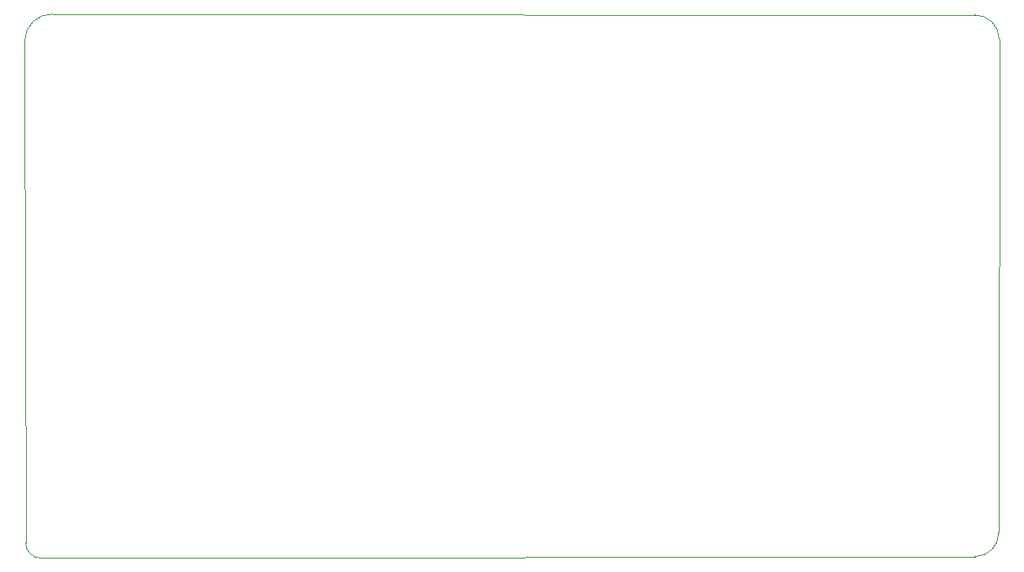
<source format=gbr>
%TF.GenerationSoftware,KiCad,Pcbnew,8.0.8*%
%TF.CreationDate,2025-02-20T16:12:13-05:00*%
%TF.ProjectId,ESP32_SMD,45535033-325f-4534-9d44-2e6b69636164,rev?*%
%TF.SameCoordinates,Original*%
%TF.FileFunction,Profile,NP*%
%FSLAX46Y46*%
G04 Gerber Fmt 4.6, Leading zero omitted, Abs format (unit mm)*
G04 Created by KiCad (PCBNEW 8.0.8) date 2025-02-20 16:12:13*
%MOMM*%
%LPD*%
G01*
G04 APERTURE LIST*
%TA.AperFunction,Profile*%
%ADD10C,0.050000*%
%TD*%
G04 APERTURE END LIST*
D10*
X26001127Y-34300000D02*
G75*
G02*
X28852944Y-31550005I2751813J0D01*
G01*
X124100000Y-83853984D02*
G75*
G02*
X121700000Y-86254000I-2400000J-16D01*
G01*
X124152944Y-34100000D02*
X124102944Y-80300000D01*
X31550000Y-31550001D02*
X121702944Y-31650000D01*
X121702944Y-31650000D02*
G75*
G02*
X124152900Y-34100000I-44J-2450000D01*
G01*
X26100000Y-84853984D02*
X25998183Y-37225000D01*
X28852944Y-31550001D02*
X31550000Y-31550001D01*
X121700000Y-86253984D02*
X30347056Y-86403984D01*
X124100000Y-83853984D02*
X124102944Y-80300000D01*
X30347056Y-86403984D02*
X27650000Y-86403984D01*
X26001127Y-34300000D02*
X25998183Y-37225000D01*
X27650000Y-86403984D02*
G75*
G02*
X26100016Y-84853984I0J1549984D01*
G01*
M02*

</source>
